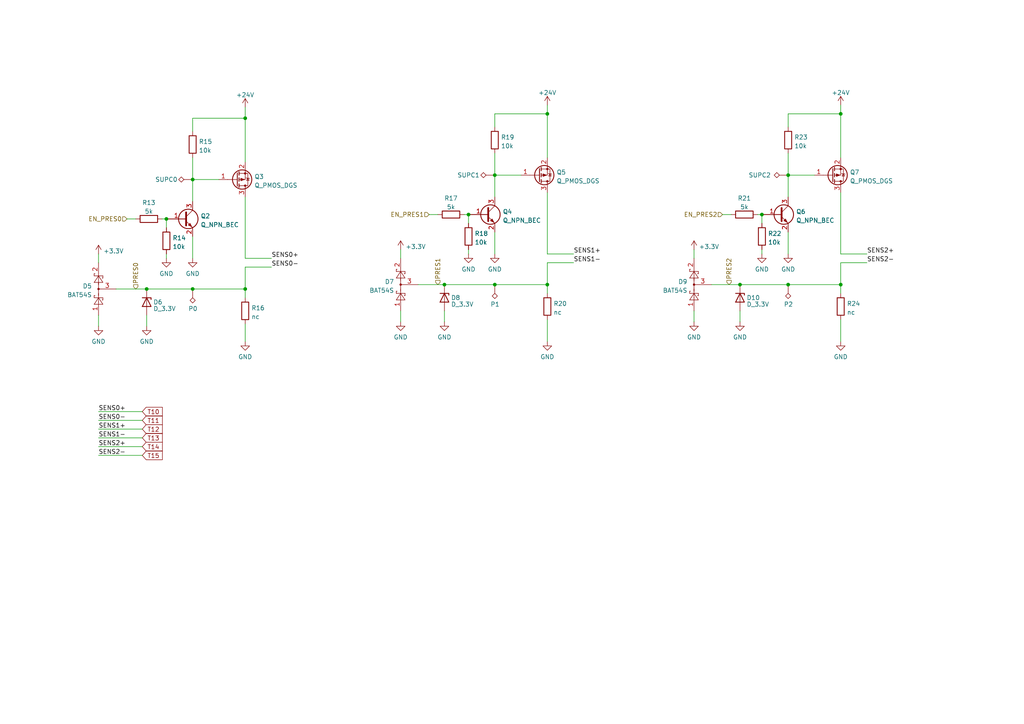
<source format=kicad_sch>
(kicad_sch (version 20211123) (generator eeschema)
  (paper "A4")
  (title_block (title "FloatPUMP Schematics") (date "2022-11-11") (rev "1.0") (company "robtor.de") (comment 1 "Controller board for up to 3 water pumps") (comment 2 "measuring capabilities with piezoresistive pressure sensors") (comment 3 "sensor input Range 4mA-20mA"))
  (lib_symbols
    (symbol "Connector:TestPoint_Alt" (pin_numbers hide) (pin_names (offset 0.762) hide)
      (property "Reference" "TP" (at 0 6.858 0))
      (property "Value" "TestPoint_Alt" (at 0 5.08 0))
      (symbol "TestPoint_Alt_0_1"
        (polyline (pts (xy 0 2.54) (xy -0.762 3.302) (xy 0 4.064) (xy 0.762 3.302) (xy 0 2.54)))
      )
      (symbol "TestPoint_Alt_1_1"
        (pin passive line (at 0 0 90) (length 2.54) (name "1") (number "1"))
      )
    )
    (symbol "D_Zener_1" (pin_numbers hide) (pin_names (offset 1.016) hide)
      (property "Reference" "D?" (at 2.032 0.8347 90))
      (property "Value" "D_Zener_1" (at 2.032 -1.7022 90))
      (symbol "D_Zener_1_0_1"
        (polyline (pts (xy 1.27 0) (xy -1.27 0)))
        (polyline (pts (xy -1.27 -1.27) (xy -1.27 1.27) (xy -0.762 1.27)) (stroke (width 0.254)))
        (polyline (pts (xy 1.27 -1.27) (xy 1.27 1.27) (xy -1.27 0) (xy 1.27 -1.27)) (stroke (width 0.254)))
      )
      (symbol "D_Zener_1_1_1"
        (pin passive line (at 3.81 0 180) (length 2.54) (name "A") (number "1"))
        (pin passive line (at -3.81 0 0) (length 2.54) (name "K") (number "3"))
      )
    )
    (symbol "Device:Q_NPN_BEC" (pin_names (offset 0) hide)
      (property "Reference" "Q" (at 5.08 1.27 0))
      (property "Value" "Q_NPN_BEC" (at 5.08 -1.27 0))
      (symbol "Q_NPN_BEC_0_1"
        (polyline (pts (xy 0.635 0.635) (xy 2.54 2.54)))
        (polyline (pts (xy 0.635 -0.635) (xy 2.54 -2.54) (xy 2.54 -2.54)))
        (polyline (pts (xy 0.635 1.905) (xy 0.635 -1.905) (xy 0.635 -1.905)) (stroke (width 0.508)))
        (polyline (pts (xy 1.27 -1.778) (xy 1.778 -1.27) (xy 2.286 -2.286) (xy 1.27 -1.778) (xy 1.27 -1.778)) (fill (type outline)))
        (circle (center 1.27 0) (radius 2.8194) (stroke (width 0.254)))
      )
      (symbol "Q_NPN_BEC_1_1"
        (pin input line (at -5.08 0 0) (length 5.715) (name "B") (number "1"))
        (pin passive line (at 2.54 -5.08 90) (length 2.54) (name "E") (number "2"))
        (pin passive line (at 2.54 5.08 270) (length 2.54) (name "C") (number "3"))
      )
    )
    (symbol "Device:Q_PMOS_GSD" (pin_names (offset 0) hide)
      (property "Reference" "Q" (at 5.08 1.27 0))
      (property "Value" "Q_PMOS_GSD" (at 5.08 -1.27 0))
      (symbol "Q_PMOS_GSD_0_1"
        (polyline (pts (xy 0.254 0) (xy -2.54 0)))
        (polyline (pts (xy 0.254 1.905) (xy 0.254 -1.905)) (stroke (width 0.254)))
        (polyline (pts (xy 0.762 -1.27) (xy 0.762 -2.286)) (stroke (width 0.254)))
        (polyline (pts (xy 0.762 0.508) (xy 0.762 -0.508)) (stroke (width 0.254)))
        (polyline (pts (xy 0.762 2.286) (xy 0.762 1.27)) (stroke (width 0.254)))
        (polyline (pts (xy 2.54 2.54) (xy 2.54 1.778)))
        (polyline (pts (xy 2.54 -2.54) (xy 2.54 0) (xy 0.762 0)))
        (polyline (pts (xy 0.762 1.778) (xy 3.302 1.778) (xy 3.302 -1.778) (xy 0.762 -1.778)))
        (polyline (pts (xy 2.286 0) (xy 1.27 0.381) (xy 1.27 -0.381) (xy 2.286 0)) (fill (type outline)))
        (polyline (pts (xy 2.794 -0.508) (xy 2.921 -0.381) (xy 3.683 -0.381) (xy 3.81 -0.254)))
        (polyline (pts (xy 3.302 -0.381) (xy 2.921 0.254) (xy 3.683 0.254) (xy 3.302 -0.381)))
        (circle (center 1.651 0) (radius 2.794) (stroke (width 0.254)))
        (circle (center 2.54 -1.778) (radius 0.254) (fill (type outline)))
        (circle (center 2.54 1.778) (radius 0.254) (fill (type outline)))
      )
      (symbol "Q_PMOS_GSD_1_1"
        (pin input line (at -5.08 0 0) (length 2.54) (name "G") (number "1"))
        (pin passive line (at 2.54 -5.08 90) (length 2.54) (name "S") (number "2"))
        (pin passive line (at 2.54 5.08 270) (length 2.54) (name "D") (number "3"))
      )
    )
    (symbol "Device:R" (pin_numbers hide) (pin_names (offset 0))
      (property "Reference" "R" (at 2.032 0 90))
      (property "Value" "R" (at 0 0 90))
      (symbol "R_0_1"
        (rectangle (start -1.016 -2.54) (end 1.016 2.54) (stroke (width 0.254)))
      )
      (symbol "R_1_1"
        (pin passive line (at 0 3.81 270) (length 1.27) (name "~") (number "1"))
        (pin passive line (at 0 -3.81 90) (length 1.27) (name "~") (number "2"))
      )
    )
    (symbol "Diode:BAT54S" (pin_names (offset 1.016))
      (property "Reference" "D" (at 0.635 -3.81 0))
      (property "Value" "BAT54S" (at -6.35 3.175 0))
      (symbol "BAT54S_0_1"
        (polyline (pts (xy -3.81 0) (xy -1.27 0)))
        (polyline (pts (xy -3.175 -1.27) (xy -3.175 -1.016)))
        (polyline (pts (xy -2.54 -1.27) (xy -3.175 -1.27)))
        (polyline (pts (xy -2.54 -1.27) (xy -2.54 1.27)))
        (polyline (pts (xy -2.54 1.27) (xy -1.905 1.27)))
        (polyline (pts (xy -1.905 0) (xy 1.905 0)))
        (polyline (pts (xy -1.905 1.27) (xy -1.905 1.016)))
        (polyline (pts (xy 1.27 0) (xy 3.81 0)))
        (polyline (pts (xy 3.175 -1.27) (xy 3.175 -1.016)))
        (polyline (pts (xy 3.81 -1.27) (xy 3.175 -1.27)))
        (polyline (pts (xy 3.81 -1.27) (xy 3.81 1.27)))
        (polyline (pts (xy 3.81 1.27) (xy 4.445 1.27)))
        (polyline (pts (xy 4.445 1.27) (xy 4.445 1.016)))
        (polyline (pts (xy -4.445 1.27) (xy -4.445 -1.27) (xy -2.54 0) (xy -4.445 1.27)))
        (polyline (pts (xy 1.905 1.27) (xy 1.905 -1.27) (xy 3.81 0) (xy 1.905 1.27)))
        (circle (center 0 0) (radius 0.254) (fill (type outline)))
      )
      (symbol "BAT54S_1_1"
        (pin passive line (at -7.62 0 0) (length 3.81) (name "~") (number "1"))
        (pin passive line (at 7.62 0 180) (length 3.81) (name "~") (number "2"))
        (pin passive line (at 0 -5.08 90) (length 5.08) (name "~") (number "3"))
      )
    )
    (symbol "power:+24V" (power) (pin_names (offset 0))
      (property "Value" "+24V" (at 0 3.556 0))
      (symbol "+24V_0_1"
        (polyline (pts (xy -0.762 1.27) (xy 0 2.54)))
        (polyline (pts (xy 0 0) (xy 0 2.54)))
        (polyline (pts (xy 0 2.54) (xy 0.762 1.27)))
      )
      (symbol "+24V_1_1"
        (pin power_in line (at 0 0 90) (length 0) hide (name "+24V") (number "1"))
      )
    )
    (symbol "power:+3.3V" (power) (pin_names (offset 0))
      (property "Value" "+3.3V" (at 0 3.556 0))
      (symbol "+3.3V_0_1"
        (polyline (pts (xy -0.762 1.27) (xy 0 2.54)))
        (polyline (pts (xy 0 0) (xy 0 2.54)))
        (polyline (pts (xy 0 2.54) (xy 0.762 1.27)))
      )
      (symbol "+3.3V_1_1"
        (pin power_in line (at 0 0 90) (length 0) hide (name "+3.3V") (number "1"))
      )
    )
    (symbol "power:GND" (power) (pin_names (offset 0))
      (property "Value" "GND" (at 0 -3.81 0))
      (symbol "GND_0_1"
        (polyline (pts (xy 0 0) (xy 0 -1.27) (xy 1.27 -1.27) (xy 0 -2.54) (xy -1.27 -1.27) (xy 0 -1.27)))
      )
      (symbol "GND_1_1"
        (pin power_in line (at 0 0 270) (length 0) hide (name "GND") (number "1"))
      )
    )
  )
  (junction (at 143.51 50.8))
  (junction (at 128.905 82.55))
  (junction (at 158.75 33.02))
  (junction (at 243.84 33.02))
  (junction (at 243.84 82.55))
  (junction (at 55.88 52.07))
  (junction (at 158.75 82.55))
  (junction (at 228.6 82.55))
  (junction (at 228.6 50.8))
  (junction (at 42.545 83.82))
  (junction (at 214.63 82.55))
  (junction (at 220.98 62.23))
  (junction (at 135.89 62.23))
  (junction (at 55.88 83.82))
  (junction (at 143.51 82.55))
  (junction (at 71.12 83.82))
  (junction (at 48.26 63.5))
  (junction (at 71.12 34.29))
  (wire (pts (xy 33.655 83.82) (xy 42.545 83.82)))
  (wire (pts (xy 219.71 62.23) (xy 220.98 62.23)))
  (wire (pts (xy 128.905 82.55) (xy 143.51 82.55)))
  (wire (pts (xy 143.51 33.02) (xy 158.75 33.02)))
  (wire (pts (xy 28.575 132.08) (xy 41.275 132.08)))
  (wire (pts (xy 220.98 72.39) (xy 220.98 73.66)))
  (wire (pts (xy 228.6 44.45) (xy 228.6 50.8)))
  (wire (pts (xy 128.905 90.17) (xy 128.905 93.345)))
  (wire (pts (xy 134.62 62.23) (xy 135.89 62.23)))
  (wire (pts (xy 158.75 82.55) (xy 158.75 85.09)))
  (wire (pts (xy 28.575 119.38) (xy 41.275 119.38)))
  (wire (pts (xy 243.84 82.55) (xy 243.84 85.09)))
  (wire (pts (xy 28.575 124.46) (xy 41.275 124.46)))
  (wire (pts (xy 28.575 127) (xy 41.275 127)))
  (wire (pts (xy 55.88 45.72) (xy 55.88 52.07)))
  (wire (pts (xy 166.37 76.2) (xy 158.75 76.2)))
  (wire (pts (xy 28.575 129.54) (xy 41.275 129.54)))
  (wire (pts (xy 228.6 67.31) (xy 228.6 73.66)))
  (wire (pts (xy 158.75 76.2) (xy 158.75 82.55)))
  (wire (pts (xy 243.84 92.71) (xy 243.84 99.06)))
  (wire (pts (xy 71.12 57.15) (xy 71.12 74.93)))
  (wire (pts (xy 124.46 62.23) (xy 127 62.23)))
  (wire (pts (xy 48.26 63.5) (xy 48.26 66.04)))
  (wire (pts (xy 158.75 92.71) (xy 158.75 99.06)))
  (wire (pts (xy 158.75 55.88) (xy 158.75 73.66)))
  (wire (pts (xy 201.295 72.39) (xy 201.295 74.93)))
  (wire (pts (xy 228.6 36.83) (xy 228.6 33.02)))
  (wire (pts (xy 158.75 30.48) (xy 158.75 33.02)))
  (wire (pts (xy 228.6 50.8) (xy 236.22 50.8)))
  (wire (pts (xy 201.295 90.17) (xy 201.295 93.345)))
  (wire (pts (xy 28.575 73.66) (xy 28.575 76.2)))
  (wire (pts (xy 143.51 36.83) (xy 143.51 33.02)))
  (wire (pts (xy 220.98 62.23) (xy 220.98 64.77)))
  (wire (pts (xy 78.74 77.47) (xy 71.12 77.47)))
  (wire (pts (xy 135.89 72.39) (xy 135.89 73.66)))
  (wire (pts (xy 78.74 74.93) (xy 71.12 74.93)))
  (wire (pts (xy 55.88 38.1) (xy 55.88 34.29)))
  (wire (pts (xy 228.6 82.55) (xy 243.84 82.55)))
  (wire (pts (xy 55.88 52.07) (xy 63.5 52.07)))
  (wire (pts (xy 36.83 63.5) (xy 39.37 63.5)))
  (wire (pts (xy 251.46 73.66) (xy 243.84 73.66)))
  (wire (pts (xy 28.575 91.44) (xy 28.575 94.615)))
  (wire (pts (xy 206.375 82.55) (xy 214.63 82.55)))
  (wire (pts (xy 55.88 68.58) (xy 55.88 74.93)))
  (wire (pts (xy 143.51 50.8) (xy 143.51 57.15)))
  (wire (pts (xy 55.88 34.29) (xy 71.12 34.29)))
  (wire (pts (xy 143.51 44.45) (xy 143.51 50.8)))
  (wire (pts (xy 121.285 82.55) (xy 128.905 82.55)))
  (wire (pts (xy 251.46 76.2) (xy 243.84 76.2)))
  (wire (pts (xy 209.55 62.23) (xy 212.09 62.23)))
  (wire (pts (xy 71.12 34.29) (xy 71.12 46.99)))
  (wire (pts (xy 135.89 64.77) (xy 135.89 62.23)))
  (wire (pts (xy 228.6 50.8) (xy 228.6 57.15)))
  (wire (pts (xy 143.51 67.31) (xy 143.51 73.66)))
  (wire (pts (xy 55.88 52.07) (xy 55.88 58.42)))
  (wire (pts (xy 42.545 91.44) (xy 42.545 94.615)))
  (wire (pts (xy 158.75 33.02) (xy 158.75 45.72)))
  (wire (pts (xy 243.84 33.02) (xy 243.84 45.72)))
  (wire (pts (xy 48.26 73.66) (xy 48.26 74.93)))
  (wire (pts (xy 143.51 82.55) (xy 158.75 82.55)))
  (wire (pts (xy 42.545 83.82) (xy 55.88 83.82)))
  (wire (pts (xy 166.37 73.66) (xy 158.75 73.66)))
  (wire (pts (xy 71.12 93.98) (xy 71.12 99.06)))
  (wire (pts (xy 116.205 72.39) (xy 116.205 74.93)))
  (wire (pts (xy 143.51 50.8) (xy 151.13 50.8)))
  (wire (pts (xy 214.63 82.55) (xy 228.6 82.55)))
  (wire (pts (xy 243.84 76.2) (xy 243.84 82.55)))
  (wire (pts (xy 228.6 33.02) (xy 243.84 33.02)))
  (wire (pts (xy 71.12 83.82) (xy 71.12 86.36)))
  (wire (pts (xy 71.12 31.115) (xy 71.12 34.29)))
  (wire (pts (xy 28.575 121.92) (xy 41.275 121.92)))
  (wire (pts (xy 71.12 77.47) (xy 71.12 83.82)))
  (wire (pts (xy 55.88 83.82) (xy 71.12 83.82)))
  (wire (pts (xy 243.84 30.48) (xy 243.84 33.02)))
  (wire (pts (xy 243.84 55.88) (xy 243.84 73.66)))
  (wire (pts (xy 46.99 63.5) (xy 48.26 63.5)))
  (wire (pts (xy 116.205 90.17) (xy 116.205 93.345)))
  (wire (pts (xy 214.63 90.17) (xy 214.63 93.345)))
  (label "SENS0+" (at 78.74 74.93 0))
  (label "SENS1-" (at 166.37 76.2 0))
  (label "SENS0-" (at 78.74 77.47 0))
  (label "SENS1+" (at 166.37 73.66 0))
  (label "SENS1-" (at 28.575 127 0))
  (label "SENS1+" (at 28.575 124.46 0))
  (label "SENS2+" (at 251.46 73.66 0))
  (label "SENS2-" (at 251.46 76.2 0))
  (label "SENS0-" (at 28.575 121.92 0))
  (label "SENS2-" (at 28.575 132.08 0))
  (label "SENS2+" (at 28.575 129.54 0))
  (label "SENS0+" (at 28.575 119.38 0))
  (global_label "T13" (shape input) (at 41.275 127 0) (property "Referenzen zwischen Schaltplänen" "${INTERSHEET_REFS}" (effects hide)))
  (global_label "T14" (shape input) (at 41.275 129.54 0) (property "Referenzen zwischen Schaltplänen" "${INTERSHEET_REFS}" (effects hide)))
  (global_label "T11" (shape input) (at 41.275 121.92 0) (property "Referenzen zwischen Schaltplänen" "${INTERSHEET_REFS}" (effects hide)))
  (global_label "T15" (shape input) (at 41.275 132.08 0) (property "Referenzen zwischen Schaltplänen" "${INTERSHEET_REFS}" (effects hide)))
  (global_label "T10" (shape input) (at 41.275 119.38 0) (property "Referenzen zwischen Schaltplänen" "${INTERSHEET_REFS}" (effects hide)))
  (global_label "T12" (shape input) (at 41.275 124.46 0) (property "Referenzen zwischen Schaltplänen" "${INTERSHEET_REFS}" (effects hide)))
  (hierarchical_label "EN_PRES1" (shape input) (at 124.46 62.23 180))
  (hierarchical_label "PRES2" (shape input) (at 211.455 82.55 90))
  (hierarchical_label "PRES0" (shape input) (at 39.37 83.82 90))
  (hierarchical_label "EN_PRES2" (shape input) (at 209.55 62.23 180))
  (hierarchical_label "EN_PRES0" (shape input) (at 36.83 63.5 180))
  (hierarchical_label "PRES1" (shape input) (at 127 82.55 90))
  (symbol (lib_id "power:GND") (at 214.63 93.345 0) (unit 1)
    (property "Reference" "#PWR056" (effects hide))
    (property "Value" "GND" (at 214.63 97.7884 0))
  )
  (symbol (lib_id "Diode:BAT54S") (at 28.575 83.82 90) (unit 1)
    (property "Reference" "D5" (at 26.67 82.9853 90) (effects (justify left)))
    (property "Value" "BAT54S" (at 26.67 85.5222 90) (effects (justify left)))
    (property "Footprint" "Package_TO_SOT_SMD:SOT-23" (effects hide))
    (property "Datasheet" "https://www.diodes.com/assets/Datasheets/ds11005.pdf" (effects hide))
    (property "JLCPCB" "C2762214" (effects hide))
  )
  (symbol (lib_id "power:+3.3V") (at 116.205 72.39 0) (unit 1)
    (property "Reference" "#PWR047" (effects hide))
    (property "Value" "+3.3V" (at 117.602 71.5538 0) (effects (justify left)))
  )
  (symbol (lib_id "Device:Q_PMOS_GSD") (at 156.21 50.8 0) (mirror x) (unit 1)
    (property "Reference" "Q5" (at 161.417 49.9653 0) (effects (justify left)))
    (property "Value" "Q_PMOS_DGS" (at 161.417 52.5022 0) (effects (justify left)))
    (property "Footprint" "Package_TO_SOT_SMD:SOT-23" (effects hide))
    (property "Datasheet" "https://datasheet.lcsc.com/lcsc/1809291614_Jiangsu-Changjing-Electronics-Technology-Co---Ltd--BSS84_C114481.pdf" (effects hide))
    (property "JLCPCB" " C114481" (effects hide))
  )
  (symbol (lib_id "power:GND") (at 228.6 73.66 0) (unit 1)
    (property "Reference" "#PWR058" (effects hide))
    (property "Value" "GND" (at 228.6 78.1034 0))
  )
  (symbol (lib_id "power:+24V") (at 158.75 30.48 0) (unit 1)
    (property "Reference" "#PWR052" (effects hide))
    (property "Value" "+24V" (at 158.75 26.9042 0))
  )
  (symbol (lib_id "power:GND") (at 116.205 93.345 0) (unit 1)
    (property "Reference" "#PWR048" (effects hide))
    (property "Value" "GND" (at 116.205 97.7884 0))
  )
  (symbol (lib_id "Device:Q_PMOS_GSD") (at 68.58 52.07 0) (mirror x) (unit 1)
    (property "Reference" "Q3" (at 73.787 51.2353 0) (effects (justify left)))
    (property "Value" "Q_PMOS_DGS" (at 73.787 53.7722 0) (effects (justify left)))
    (property "Footprint" "Package_TO_SOT_SMD:SOT-23" (effects hide))
    (property "Datasheet" "https://datasheet.lcsc.com/lcsc/1809291614_Jiangsu-Changjing-Electronics-Technology-Co---Ltd--BSS84_C114481.pdf" (effects hide))
    (property "JLCPCB" " C114481" (effects hide))
  )
  (symbol (lib_id "power:+3.3V") (at 28.575 73.66 0) (unit 1)
    (property "Reference" "#PWR040" (effects hide))
    (property "Value" "+3.3V" (at 29.972 72.8238 0) (effects (justify left)))
  )
  (symbol (lib_id "power:GND") (at 158.75 99.06 0) (unit 1)
    (property "Reference" "#PWR053" (effects hide))
    (property "Value" "GND" (at 158.75 103.5034 0))
  )
  (symbol (lib_id "Connector:TestPoint_Alt") (at 55.88 83.82 180) (unit 1)
    (property "Reference" "TP11" (effects hide))
    (property "Value" "P0" (at 54.61 89.535 0) (effects (justify right)))
    (property "Footprint" "TestPoint:TestPoint_Pad_D1.0mm" (effects hide))
  )
  (symbol (lib_id "Connector:TestPoint_Alt") (at 228.6 82.55 180) (unit 1)
    (property "Reference" "TP15" (effects hide))
    (property "Value" "P2" (at 227.33 88.265 0) (effects (justify right)))
    (property "Footprint" "TestPoint:TestPoint_Pad_D1.0mm" (effects hide))
  )
  (symbol (lib_id "Device:R") (at 215.9 62.23 90) (unit 1)
    (property "Reference" "R21" (at 215.9 57.5142 90))
    (property "Value" "5k" (at 215.9 60.0511 90))
    (property "Footprint" "Resistor_SMD:R_0402_1005Metric" (effects hide))
    (property "JLCPCB" "C332873" (effects hide))
  )
  (symbol (lib_id "power:+3.3V") (at 201.295 72.39 0) (unit 1)
    (property "Reference" "#PWR054" (effects hide))
    (property "Value" "+3.3V" (at 202.692 71.5538 0) (effects (justify left)))
  )
  (symbol (lib_id "Device:R") (at 55.88 41.91 0) (unit 1)
    (property "Reference" "R15" (at 57.658 41.0753 0) (effects (justify left)))
    (property "Value" "10k" (at 57.658 43.6122 0) (effects (justify left)))
    (property "Footprint" "Resistor_SMD:R_0603_1608Metric" (effects hide))
    (property "JLCPCB" "C238881" (effects hide))
  )
  (symbol (lib_id "power:GND") (at 243.84 99.06 0) (unit 1)
    (property "Reference" "#PWR060" (effects hide))
    (property "Value" "GND" (at 243.84 103.5034 0))
  )
  (symbol (lib_id "Connector:TestPoint_Alt") (at 143.51 50.8 90) (unit 1)
    (property "Reference" "TP12" (effects hide))
    (property "Value" "SUPC1" (at 135.89 50.8 90))
    (property "Footprint" "TestPoint:TestPoint_Pad_D1.0mm" (effects hide))
  )
  (symbol (lib_name "D_Zener_1") (lib_id "Device:D_Zener") (at 214.63 86.36 270) (unit 1)
    (property "Reference" "D10" (at 216.535 86.36 90) (effects (justify left)))
    (property "Value" "D_3.3V" (at 216.535 88.265 90) (effects (justify left)))
    (property "Footprint" "Package_TO_SOT_SMD:SOT-23" (effects hide))
    (property "Datasheet" "https://datasheet.lcsc.com/lcsc/1809191825_LRC-LBZX84C3V3LT1G_C12745.pdf" (effects hide))
    (property "JLCPCB" "C131832" (effects hide))
  )
  (symbol (lib_id "power:GND") (at 48.26 74.93 0) (unit 1)
    (property "Reference" "#PWR043" (effects hide))
    (property "Value" "GND" (at 48.26 79.3734 0))
  )
  (symbol (lib_id "Device:Q_NPN_BEC") (at 140.97 62.23 0) (unit 1)
    (property "Reference" "Q4" (at 145.8214 61.3953 0) (effects (justify left)))
    (property "Value" "Q_NPN_BEC" (at 145.8214 63.9322 0) (effects (justify left)))
    (property "Footprint" "Package_TO_SOT_SMD:SOT-23" (effects hide))
    (property "Datasheet" "https://datasheet.lcsc.com/lcsc/1912111437_Diodes-Incorporated-FMMT491TA_C141788.pdf" (effects hide))
    (property "JLCPCB" "C141788" (effects hide))
  )
  (symbol (lib_id "power:GND") (at 135.89 73.66 0) (unit 1)
    (property "Reference" "#PWR050" (effects hide))
    (property "Value" "GND" (at 135.89 78.1034 0))
  )
  (symbol (lib_id "Device:Q_NPN_BEC") (at 53.34 63.5 0) (unit 1)
    (property "Reference" "Q2" (at 58.1914 62.6653 0) (effects (justify left)))
    (property "Value" "Q_NPN_BEC" (at 58.1914 65.2022 0) (effects (justify left)))
    (property "Footprint" "Package_TO_SOT_SMD:SOT-23" (effects hide))
    (property "Datasheet" "https://datasheet.lcsc.com/lcsc/1912111437_Diodes-Incorporated-FMMT491TA_C141788.pdf" (effects hide))
    (property "JLCPCB" "C141788" (effects hide))
  )
  (symbol (lib_id "power:GND") (at 201.295 93.345 0) (unit 1)
    (property "Reference" "#PWR055" (effects hide))
    (property "Value" "GND" (at 201.295 97.7884 0))
  )
  (symbol (lib_id "Connector:TestPoint_Alt") (at 143.51 82.55 180) (unit 1)
    (property "Reference" "TP13" (effects hide))
    (property "Value" "P1" (at 142.24 88.265 0) (effects (justify right)))
    (property "Footprint" "TestPoint:TestPoint_Pad_D1.0mm" (effects hide))
  )
  (symbol (lib_id "power:+24V") (at 71.12 31.115 0) (unit 1)
    (property "Reference" "#PWR045" (effects hide))
    (property "Value" "+24V" (at 71.12 27.5392 0))
  )
  (symbol (lib_id "Connector:TestPoint_Alt") (at 55.88 52.07 90) (unit 1)
    (property "Reference" "TP10" (effects hide))
    (property "Value" "SUPC0" (at 48.26 52.07 90))
    (property "Footprint" "TestPoint:TestPoint_Pad_D1.0mm" (effects hide))
  )
  (symbol (lib_id "power:GND") (at 71.12 99.06 0) (unit 1)
    (property "Reference" "#PWR046" (effects hide))
    (property "Value" "GND" (at 71.12 103.5034 0))
  )
  (symbol (lib_id "power:+24V") (at 243.84 30.48 0) (unit 1)
    (property "Reference" "#PWR059" (effects hide))
    (property "Value" "+24V" (at 243.84 26.9042 0))
  )
  (symbol (lib_id "power:GND") (at 143.51 73.66 0) (unit 1)
    (property "Reference" "#PWR051" (effects hide))
    (property "Value" "GND" (at 143.51 78.1034 0))
  )
  (symbol (lib_id "Device:R") (at 220.98 68.58 0) (unit 1)
    (property "Reference" "R22" (at 222.758 67.7453 0) (effects (justify left)))
    (property "Value" "10k" (at 222.758 70.2822 0) (effects (justify left)))
    (property "Footprint" "Resistor_SMD:R_0603_1608Metric" (effects hide))
    (property "JLCPCB" "C238881" (effects hide))
  )
  (symbol (lib_id "Device:R") (at 135.89 68.58 0) (unit 1)
    (property "Reference" "R18" (at 137.668 67.7453 0) (effects (justify left)))
    (property "Value" "10k" (at 137.668 70.2822 0) (effects (justify left)))
    (property "Footprint" "Resistor_SMD:R_0603_1608Metric" (effects hide))
    (property "JLCPCB" "C238881" (effects hide))
  )
  (symbol (lib_id "Device:R") (at 158.75 88.9 0) (unit 1)
    (property "Reference" "R20" (at 160.528 88.0653 0) (effects (justify left)))
    (property "Value" "nc" (at 160.528 90.6022 0) (effects (justify left)))
    (property "Footprint" "Resistor_THT:R_Axial_DIN0204_L3.6mm_D1.6mm_P7.62mm_Horizontal" (effects hide))
  )
  (symbol (lib_name "D_Zener_1") (lib_id "Device:D_Zener") (at 128.905 86.36 270) (unit 1)
    (property "Reference" "D8" (at 130.81 86.36 90) (effects (justify left)))
    (property "Value" "D_3.3V" (at 130.81 88.265 90) (effects (justify left)))
    (property "Footprint" "Package_TO_SOT_SMD:SOT-23" (effects hide))
    (property "Datasheet" "https://datasheet.lcsc.com/lcsc/1809191825_LRC-LBZX84C3V3LT1G_C12745.pdf" (effects hide))
    (property "JLCPCB" "C131832" (effects hide))
  )
  (symbol (lib_id "Device:R") (at 48.26 69.85 0) (unit 1)
    (property "Reference" "R14" (at 50.038 69.0153 0) (effects (justify left)))
    (property "Value" "10k" (at 50.038 71.5522 0) (effects (justify left)))
    (property "Footprint" "Resistor_SMD:R_0603_1608Metric" (effects hide))
    (property "JLCPCB" "C238881" (effects hide))
  )
  (symbol (lib_id "Device:R") (at 243.84 88.9 0) (unit 1)
    (property "Reference" "R24" (at 245.618 88.0653 0) (effects (justify left)))
    (property "Value" "nc" (at 245.618 90.6022 0) (effects (justify left)))
    (property "Footprint" "Resistor_THT:R_Axial_DIN0204_L3.6mm_D1.6mm_P7.62mm_Horizontal" (effects hide))
  )
  (symbol (lib_id "Device:Q_NPN_BEC") (at 226.06 62.23 0) (unit 1)
    (property "Reference" "Q6" (at 230.9114 61.3953 0) (effects (justify left)))
    (property "Value" "Q_NPN_BEC" (at 230.9114 63.9322 0) (effects (justify left)))
    (property "Footprint" "Package_TO_SOT_SMD:SOT-23" (effects hide))
    (property "Datasheet" "https://datasheet.lcsc.com/lcsc/1912111437_Diodes-Incorporated-FMMT491TA_C141788.pdf" (effects hide))
    (property "JLCPCB" "C141788" (effects hide))
  )
  (symbol (lib_id "power:GND") (at 28.575 94.615 0) (unit 1)
    (property "Reference" "#PWR041" (effects hide))
    (property "Value" "GND" (at 28.575 99.0584 0))
  )
  (symbol (lib_id "Device:R") (at 71.12 90.17 0) (unit 1)
    (property "Reference" "R16" (at 72.898 89.3353 0) (effects (justify left)))
    (property "Value" "nc" (at 72.898 91.8722 0) (effects (justify left)))
    (property "Footprint" "Resistor_THT:R_Axial_DIN0204_L3.6mm_D1.6mm_P7.62mm_Horizontal" (effects hide))
  )
  (symbol (lib_id "Diode:BAT54S") (at 201.295 82.55 90) (unit 1)
    (property "Reference" "D9" (at 199.39 81.7153 90) (effects (justify left)))
    (property "Value" "BAT54S" (at 199.39 84.2522 90) (effects (justify left)))
    (property "Footprint" "Package_TO_SOT_SMD:SOT-23" (effects hide))
    (property "Datasheet" "https://www.diodes.com/assets/Datasheets/ds11005.pdf" (effects hide))
    (property "JLCPCB" "C2762214" (effects hide))
  )
  (symbol (lib_id "Device:R") (at 130.81 62.23 90) (unit 1)
    (property "Reference" "R17" (at 130.81 57.5142 90))
    (property "Value" "5k" (at 130.81 60.0511 90))
    (property "Footprint" "Resistor_SMD:R_0402_1005Metric" (effects hide))
    (property "JLCPCB" "C332873" (effects hide))
  )
  (symbol (lib_id "Device:Q_PMOS_GSD") (at 241.3 50.8 0) (mirror x) (unit 1)
    (property "Reference" "Q7" (at 246.507 49.9653 0) (effects (justify left)))
    (property "Value" "Q_PMOS_DGS" (at 246.507 52.5022 0) (effects (justify left)))
    (property "Footprint" "Package_TO_SOT_SMD:SOT-23" (effects hide))
    (property "Datasheet" "https://datasheet.lcsc.com/lcsc/1809291614_Jiangsu-Changjing-Electronics-Technology-Co---Ltd--BSS84_C114481.pdf" (effects hide))
    (property "JLCPCB" " C114481" (effects hide))
  )
  (symbol (lib_id "power:GND") (at 220.98 73.66 0) (unit 1)
    (property "Reference" "#PWR057" (effects hide))
    (property "Value" "GND" (at 220.98 78.1034 0))
  )
  (symbol (lib_id "power:GND") (at 42.545 94.615 0) (unit 1)
    (property "Reference" "#PWR042" (effects hide))
    (property "Value" "GND" (at 42.545 99.0584 0))
  )
  (symbol (lib_id "Connector:TestPoint_Alt") (at 228.6 50.8 90) (unit 1)
    (property "Reference" "TP14" (effects hide))
    (property "Value" "SUPC2" (at 220.345 50.8 90))
    (property "Footprint" "TestPoint:TestPoint_Pad_D1.0mm" (effects hide))
  )
  (symbol (lib_id "Diode:BAT54S") (at 116.205 82.55 90) (unit 1)
    (property "Reference" "D7" (at 114.3 81.7153 90) (effects (justify left)))
    (property "Value" "BAT54S" (at 114.3 84.2522 90) (effects (justify left)))
    (property "Footprint" "Package_TO_SOT_SMD:SOT-23" (effects hide))
    (property "Datasheet" "https://www.diodes.com/assets/Datasheets/ds11005.pdf" (effects hide))
    (property "JLCPCB" "C2762214" (effects hide))
  )
  (symbol (lib_id "Device:R") (at 228.6 40.64 0) (unit 1)
    (property "Reference" "R23" (at 230.378 39.8053 0) (effects (justify left)))
    (property "Value" "10k" (at 230.378 42.3422 0) (effects (justify left)))
    (property "Footprint" "Resistor_SMD:R_0603_1608Metric" (effects hide))
    (property "JLCPCB" "C238881" (effects hide))
  )
  (symbol (lib_id "power:GND") (at 55.88 74.93 0) (unit 1)
    (property "Reference" "#PWR044" (effects hide))
    (property "Value" "GND" (at 55.88 79.3734 0))
  )
  (symbol (lib_name "D_Zener_1") (lib_id "Device:D_Zener") (at 42.545 87.63 270) (unit 1)
    (property "Reference" "D6" (at 44.45 87.63 90) (effects (justify left)))
    (property "Value" "D_3.3V" (at 44.45 89.535 90) (effects (justify left)))
    (property "Footprint" "Package_TO_SOT_SMD:SOT-23" (effects hide))
    (property "Datasheet" "https://datasheet.lcsc.com/lcsc/1809191825_LRC-LBZX84C3V3LT1G_C12745.pdf" (effects hide))
    (property "JLCPCB" "C131832" (effects hide))
  )
  (symbol (lib_id "power:GND") (at 128.905 93.345 0) (unit 1)
    (property "Reference" "#PWR049" (effects hide))
    (property "Value" "GND" (at 128.905 97.7884 0))
  )
  (symbol (lib_id "Device:R") (at 43.18 63.5 90) (unit 1)
    (property "Reference" "R13" (at 43.18 58.7842 90))
    (property "Value" "5k" (at 43.18 61.3211 90))
    (property "Footprint" "Resistor_SMD:R_0402_1005Metric" (effects hide))
    (property "JLCPCB" "C332873" (effects hide))
  )
  (symbol (lib_id "Device:R") (at 143.51 40.64 0) (unit 1)
    (property "Reference" "R19" (at 145.288 39.8053 0) (effects (justify left)))
    (property "Value" "10k" (at 145.288 42.3422 0) (effects (justify left)))
    (property "Footprint" "Resistor_SMD:R_0603_1608Metric" (effects hide))
    (property "JLCPCB" "C238881" (effects hide))
  )
)
</source>
